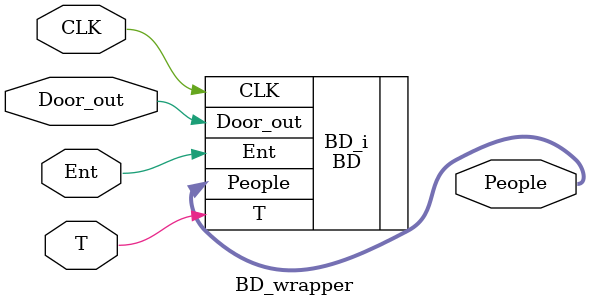
<source format=v>
`timescale 1 ps / 1 ps

module BD_wrapper
   (CLK,
    Door_out,
    Ent,
    People,
    T);
  input CLK;
  input [0:0]Door_out;
  input [0:0]Ent;
  output [3:0]People;
  input [0:0]T;

  wire CLK;
  wire [0:0]Door_out;
  wire [0:0]Ent;
  wire [3:0]People;
  wire [0:0]T;

  BD BD_i
       (.CLK(CLK),
        .Door_out(Door_out),
        .Ent(Ent),
        .People(People),
        .T(T));
endmodule

</source>
